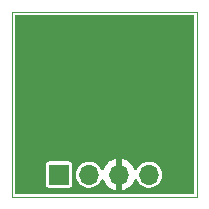
<source format=gbr>
%TF.GenerationSoftware,KiCad,Pcbnew,6.0.11-2627ca5db0~126~ubuntu20.04.1*%
%TF.CreationDate,2023-04-18T12:09:56-05:00*%
%TF.ProjectId,me2188c-slim,6d653231-3838-4632-9d73-6c696d2e6b69,rev?*%
%TF.SameCoordinates,Original*%
%TF.FileFunction,Copper,L2,Bot*%
%TF.FilePolarity,Positive*%
%FSLAX46Y46*%
G04 Gerber Fmt 4.6, Leading zero omitted, Abs format (unit mm)*
G04 Created by KiCad (PCBNEW 6.0.11-2627ca5db0~126~ubuntu20.04.1) date 2023-04-18 12:09:56*
%MOMM*%
%LPD*%
G01*
G04 APERTURE LIST*
%TA.AperFunction,Profile*%
%ADD10C,0.100000*%
%TD*%
%TA.AperFunction,ComponentPad*%
%ADD11R,1.700000X1.700000*%
%TD*%
%TA.AperFunction,ComponentPad*%
%ADD12O,1.700000X1.700000*%
%TD*%
G04 APERTURE END LIST*
D10*
X115700000Y-100000000D02*
X115700000Y-115700000D01*
X100000000Y-100000000D02*
X100000000Y-115700000D01*
X100000000Y-100000000D02*
X115700000Y-100000000D01*
X100000000Y-115700000D02*
X115700000Y-115700000D01*
D11*
%TO.P,J1,1,Pin_1*%
%TO.N,Net-(U1-Pad1)*%
X103987000Y-113800000D03*
D12*
%TO.P,J1,2,Pin_2*%
%TO.N,Net-(C2-Pad1)*%
X106527000Y-113800000D03*
%TO.P,J1,3,Pin_3*%
%TO.N,GND*%
X109067000Y-113800000D03*
%TO.P,J1,4,Pin_4*%
%TO.N,Net-(C1-Pad1)*%
X111607000Y-113800000D03*
%TD*%
%TA.AperFunction,Conductor*%
%TO.N,GND*%
G36*
X115387621Y-100274502D02*
G01*
X115434114Y-100328158D01*
X115445500Y-100380500D01*
X115445500Y-115319500D01*
X115425498Y-115387621D01*
X115371842Y-115434114D01*
X115319500Y-115445500D01*
X100380500Y-115445500D01*
X100312379Y-115425498D01*
X100265886Y-115371842D01*
X100254500Y-115319500D01*
X100254500Y-112924933D01*
X102882500Y-112924933D01*
X102882501Y-114675066D01*
X102897266Y-114749301D01*
X102904161Y-114759620D01*
X102904162Y-114759622D01*
X102944516Y-114820015D01*
X102953516Y-114833484D01*
X103037699Y-114889734D01*
X103111933Y-114904500D01*
X103986858Y-114904500D01*
X104862066Y-114904499D01*
X104897818Y-114897388D01*
X104924126Y-114892156D01*
X104924128Y-114892155D01*
X104936301Y-114889734D01*
X104946621Y-114882839D01*
X104946622Y-114882838D01*
X105010168Y-114840377D01*
X105020484Y-114833484D01*
X105076734Y-114749301D01*
X105091500Y-114675067D01*
X105091499Y-113770964D01*
X105418148Y-113770964D01*
X105431424Y-113973522D01*
X105432845Y-113979118D01*
X105432846Y-113979123D01*
X105453119Y-114058945D01*
X105481392Y-114170269D01*
X105483809Y-114175512D01*
X105521010Y-114256208D01*
X105566377Y-114354616D01*
X105683533Y-114520389D01*
X105828938Y-114662035D01*
X105997720Y-114774812D01*
X106003023Y-114777090D01*
X106003026Y-114777092D01*
X106178921Y-114852662D01*
X106184228Y-114854942D01*
X106257244Y-114871464D01*
X106376579Y-114898467D01*
X106376584Y-114898468D01*
X106382216Y-114899742D01*
X106387987Y-114899969D01*
X106387989Y-114899969D01*
X106447756Y-114902317D01*
X106585053Y-114907712D01*
X106692348Y-114892155D01*
X106780231Y-114879413D01*
X106780236Y-114879412D01*
X106785945Y-114878584D01*
X106791409Y-114876729D01*
X106791414Y-114876728D01*
X106972693Y-114815192D01*
X106972698Y-114815190D01*
X106978165Y-114813334D01*
X107155276Y-114714147D01*
X107194969Y-114681135D01*
X107282696Y-114608172D01*
X107311345Y-114584345D01*
X107441147Y-114428276D01*
X107540334Y-114251165D01*
X107542720Y-114244135D01*
X107543170Y-114243496D01*
X107544541Y-114240416D01*
X107545146Y-114240685D01*
X107583553Y-114186059D01*
X107649305Y-114159278D01*
X107719098Y-114172295D01*
X107770773Y-114220980D01*
X107778777Y-114237229D01*
X107848770Y-114409603D01*
X107853413Y-114418794D01*
X107964694Y-114600388D01*
X107970777Y-114608699D01*
X108110213Y-114769667D01*
X108117580Y-114776883D01*
X108281434Y-114912916D01*
X108289881Y-114918831D01*
X108473756Y-115026279D01*
X108483042Y-115030729D01*
X108682001Y-115106703D01*
X108691899Y-115109579D01*
X108795250Y-115130606D01*
X108809299Y-115129410D01*
X108813000Y-115119065D01*
X108813000Y-115118517D01*
X109321000Y-115118517D01*
X109325064Y-115132359D01*
X109338478Y-115134393D01*
X109345184Y-115133534D01*
X109355262Y-115131392D01*
X109559255Y-115070191D01*
X109568842Y-115066433D01*
X109760095Y-114972739D01*
X109768945Y-114967464D01*
X109942328Y-114843792D01*
X109950200Y-114837139D01*
X110101052Y-114686812D01*
X110107730Y-114678965D01*
X110232003Y-114506020D01*
X110237313Y-114497183D01*
X110331670Y-114306267D01*
X110335469Y-114296672D01*
X110352066Y-114242047D01*
X110391007Y-114182683D01*
X110455862Y-114153796D01*
X110526038Y-114164558D01*
X110579256Y-114211551D01*
X110587048Y-114225922D01*
X110646377Y-114354616D01*
X110763533Y-114520389D01*
X110908938Y-114662035D01*
X111077720Y-114774812D01*
X111083023Y-114777090D01*
X111083026Y-114777092D01*
X111258921Y-114852662D01*
X111264228Y-114854942D01*
X111337244Y-114871464D01*
X111456579Y-114898467D01*
X111456584Y-114898468D01*
X111462216Y-114899742D01*
X111467987Y-114899969D01*
X111467989Y-114899969D01*
X111527756Y-114902317D01*
X111665053Y-114907712D01*
X111772348Y-114892155D01*
X111860231Y-114879413D01*
X111860236Y-114879412D01*
X111865945Y-114878584D01*
X111871409Y-114876729D01*
X111871414Y-114876728D01*
X112052693Y-114815192D01*
X112052698Y-114815190D01*
X112058165Y-114813334D01*
X112235276Y-114714147D01*
X112274969Y-114681135D01*
X112362696Y-114608172D01*
X112391345Y-114584345D01*
X112521147Y-114428276D01*
X112620334Y-114251165D01*
X112622190Y-114245698D01*
X112622192Y-114245693D01*
X112683728Y-114064414D01*
X112683729Y-114064409D01*
X112685584Y-114058945D01*
X112686412Y-114053236D01*
X112686413Y-114053231D01*
X112714179Y-113861727D01*
X112714712Y-113858053D01*
X112716232Y-113800000D01*
X112697658Y-113597859D01*
X112696090Y-113592299D01*
X112644125Y-113408046D01*
X112644124Y-113408044D01*
X112642557Y-113402487D01*
X112631978Y-113381033D01*
X112555331Y-113225609D01*
X112552776Y-113220428D01*
X112431320Y-113057779D01*
X112282258Y-112919987D01*
X112277375Y-112916906D01*
X112277371Y-112916903D01*
X112115464Y-112814748D01*
X112110581Y-112811667D01*
X111922039Y-112736446D01*
X111916379Y-112735320D01*
X111916375Y-112735319D01*
X111728613Y-112697971D01*
X111728610Y-112697971D01*
X111722946Y-112696844D01*
X111717171Y-112696768D01*
X111717167Y-112696768D01*
X111615793Y-112695441D01*
X111519971Y-112694187D01*
X111514274Y-112695166D01*
X111514273Y-112695166D01*
X111426397Y-112710266D01*
X111319910Y-112728564D01*
X111129463Y-112798824D01*
X110955010Y-112902612D01*
X110950670Y-112906418D01*
X110950666Y-112906421D01*
X110806733Y-113032648D01*
X110802392Y-113036455D01*
X110676720Y-113195869D01*
X110674031Y-113200980D01*
X110674029Y-113200983D01*
X110584589Y-113370980D01*
X110535170Y-113421952D01*
X110466037Y-113438115D01*
X110399141Y-113414336D01*
X110359003Y-113359973D01*
X110356955Y-113360863D01*
X110269972Y-113160814D01*
X110265105Y-113151739D01*
X110149426Y-112972926D01*
X110143136Y-112964757D01*
X109999806Y-112807240D01*
X109992273Y-112800215D01*
X109825139Y-112668222D01*
X109816552Y-112662517D01*
X109630117Y-112559599D01*
X109620705Y-112555369D01*
X109419959Y-112484280D01*
X109409988Y-112481646D01*
X109338837Y-112468972D01*
X109325540Y-112470432D01*
X109321000Y-112484989D01*
X109321000Y-115118517D01*
X108813000Y-115118517D01*
X108813000Y-112483102D01*
X108809082Y-112469758D01*
X108794806Y-112467771D01*
X108756324Y-112473660D01*
X108746288Y-112476051D01*
X108543868Y-112542212D01*
X108534359Y-112546209D01*
X108345463Y-112644542D01*
X108336738Y-112650036D01*
X108166433Y-112777905D01*
X108158726Y-112784748D01*
X108011590Y-112938717D01*
X108005104Y-112946727D01*
X107885098Y-113122649D01*
X107880000Y-113131623D01*
X107790338Y-113324783D01*
X107786777Y-113334464D01*
X107782291Y-113350640D01*
X107744813Y-113410939D01*
X107680684Y-113441403D01*
X107610266Y-113432360D01*
X107555915Y-113386682D01*
X107547867Y-113372698D01*
X107475331Y-113225609D01*
X107472776Y-113220428D01*
X107351320Y-113057779D01*
X107202258Y-112919987D01*
X107197375Y-112916906D01*
X107197371Y-112916903D01*
X107035464Y-112814748D01*
X107030581Y-112811667D01*
X106842039Y-112736446D01*
X106836379Y-112735320D01*
X106836375Y-112735319D01*
X106648613Y-112697971D01*
X106648610Y-112697971D01*
X106642946Y-112696844D01*
X106637171Y-112696768D01*
X106637167Y-112696768D01*
X106535793Y-112695441D01*
X106439971Y-112694187D01*
X106434274Y-112695166D01*
X106434273Y-112695166D01*
X106346397Y-112710266D01*
X106239910Y-112728564D01*
X106049463Y-112798824D01*
X105875010Y-112902612D01*
X105870670Y-112906418D01*
X105870666Y-112906421D01*
X105726733Y-113032648D01*
X105722392Y-113036455D01*
X105596720Y-113195869D01*
X105594031Y-113200980D01*
X105594029Y-113200983D01*
X105581073Y-113225609D01*
X105502203Y-113375515D01*
X105442007Y-113569378D01*
X105418148Y-113770964D01*
X105091499Y-113770964D01*
X105091499Y-112924934D01*
X105076734Y-112850699D01*
X105050654Y-112811667D01*
X105027377Y-112776832D01*
X105020484Y-112766516D01*
X104936301Y-112710266D01*
X104862067Y-112695500D01*
X103987142Y-112695500D01*
X103111934Y-112695501D01*
X103076182Y-112702612D01*
X103049874Y-112707844D01*
X103049872Y-112707845D01*
X103037699Y-112710266D01*
X103027379Y-112717161D01*
X103027378Y-112717162D01*
X102966985Y-112757516D01*
X102953516Y-112766516D01*
X102897266Y-112850699D01*
X102882500Y-112924933D01*
X100254500Y-112924933D01*
X100254500Y-100380500D01*
X100274502Y-100312379D01*
X100328158Y-100265886D01*
X100380500Y-100254500D01*
X115319500Y-100254500D01*
X115387621Y-100274502D01*
G37*
%TD.AperFunction*%
%TD*%
M02*

</source>
